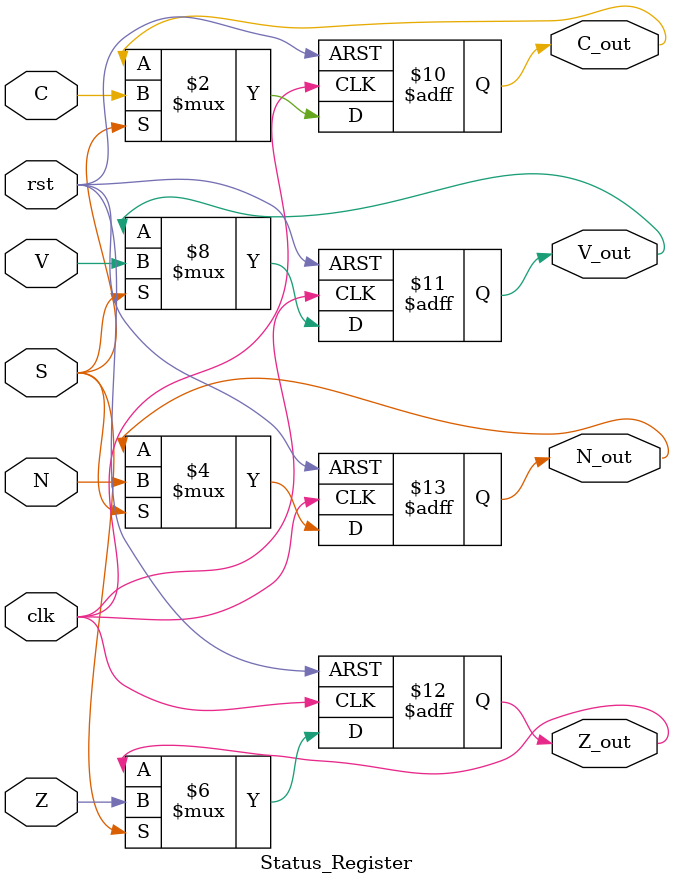
<source format=v>
`include "configs.v"

module Status_Register (
    input clk, rst,
    input S,
    input C, V, Z, N,
    output reg C_out, V_out, Z_out, N_out
);

	always@(negedge clk, posedge rst) begin
		if (rst) {C_out, V_out, Z_out, N_out} <= 4'b0;
		else if (S) {C_out, V_out, Z_out, N_out} <= {C, V, Z, N};
	end
	
endmodule
</source>
